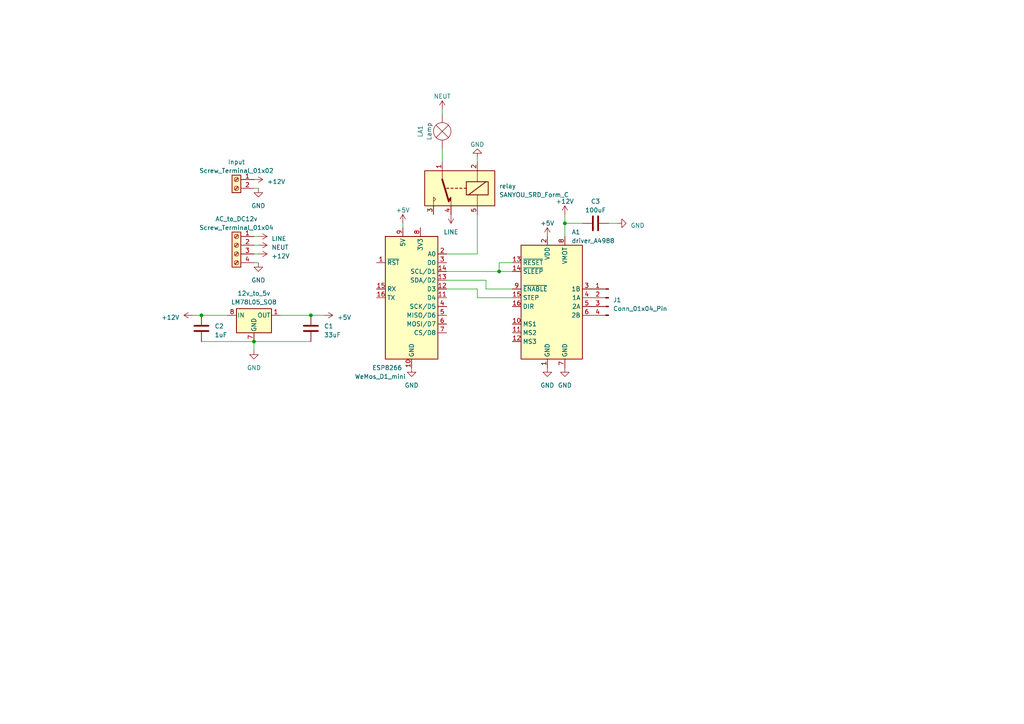
<source format=kicad_sch>
(kicad_sch (version 20230121) (generator eeschema)
  (paper "A4")
  (lib_symbols
    (symbol "Connector:Conn_01x04_Pin" (pin_names (offset 1.016) hide)
      (property "Reference" "J" (at 0 5.08 0))
      (property "Value" "Conn_01x04_Pin" (at 0 -7.62 0))
      (symbol "Conn_01x04_Pin_1_1"
        (polyline (pts (xy 1.27 -5.08) (xy 0.8636 -5.08)) (stroke (width 0.1524)))
        (polyline (pts (xy 1.27 -2.54) (xy 0.8636 -2.54)) (stroke (width 0.1524)))
        (polyline (pts (xy 1.27 0) (xy 0.8636 0)) (stroke (width 0.1524)))
        (polyline (pts (xy 1.27 2.54) (xy 0.8636 2.54)) (stroke (width 0.1524)))
        (rectangle (start 0.8636 -4.953) (end 0 -5.207) (stroke (width 0.1524)) (fill (type outline)))
        (rectangle (start 0.8636 -2.413) (end 0 -2.667) (stroke (width 0.1524)) (fill (type outline)))
        (rectangle (start 0.8636 0.127) (end 0 -0.127) (stroke (width 0.1524)) (fill (type outline)))
        (rectangle (start 0.8636 2.667) (end 0 2.413) (stroke (width 0.1524)) (fill (type outline)))
        (pin passive line (at 5.08 2.54 180) (length 3.81) (name "Pin_1") (number "1"))
        (pin passive line (at 5.08 0 180) (length 3.81) (name "Pin_2") (number "2"))
        (pin passive line (at 5.08 -2.54 180) (length 3.81) (name "Pin_3") (number "3"))
        (pin passive line (at 5.08 -5.08 180) (length 3.81) (name "Pin_4") (number "4"))
      )
    )
    (symbol "Connector:Screw_Terminal_01x02" (pin_names (offset 1.016) hide)
      (property "Reference" "J" (at 0 2.54 0))
      (property "Value" "Screw_Terminal_01x02" (at 0 -5.08 0))
      (symbol "Screw_Terminal_01x02_1_1"
        (rectangle (start -1.27 1.27) (end 1.27 -3.81) (stroke (width 0.254)) (fill (type background)))
        (circle (center 0 -2.54) (radius 0.635) (stroke (width 0.1524)))
        (polyline (pts (xy -0.5334 -2.2098) (xy 0.3302 -3.048)) (stroke (width 0.1524)))
        (polyline (pts (xy -0.5334 0.3302) (xy 0.3302 -0.508)) (stroke (width 0.1524)))
        (polyline (pts (xy -0.3556 -2.032) (xy 0.508 -2.8702)) (stroke (width 0.1524)))
        (polyline (pts (xy -0.3556 0.508) (xy 0.508 -0.3302)) (stroke (width 0.1524)))
        (circle (center 0 0) (radius 0.635) (stroke (width 0.1524)))
        (pin passive line (at -5.08 0 0) (length 3.81) (name "Pin_1") (number "1"))
        (pin passive line (at -5.08 -2.54 0) (length 3.81) (name "Pin_2") (number "2"))
      )
    )
    (symbol "Connector:Screw_Terminal_01x04" (pin_names (offset 1.016) hide)
      (property "Reference" "J" (at 0 5.08 0))
      (property "Value" "Screw_Terminal_01x04" (at 0 -7.62 0))
      (symbol "Screw_Terminal_01x04_1_1"
        (rectangle (start -1.27 3.81) (end 1.27 -6.35) (stroke (width 0.254)) (fill (type background)))
        (circle (center 0 -5.08) (radius 0.635) (stroke (width 0.1524)))
        (circle (center 0 -2.54) (radius 0.635) (stroke (width 0.1524)))
        (polyline (pts (xy -0.5334 -4.7498) (xy 0.3302 -5.588)) (stroke (width 0.1524)))
        (polyline (pts (xy -0.5334 -2.2098) (xy 0.3302 -3.048)) (stroke (width 0.1524)))
        (polyline (pts (xy -0.5334 0.3302) (xy 0.3302 -0.508)) (stroke (width 0.1524)))
        (polyline (pts (xy -0.5334 2.8702) (xy 0.3302 2.032)) (stroke (width 0.1524)))
        (polyline (pts (xy -0.3556 -4.572) (xy 0.508 -5.4102)) (stroke (width 0.1524)))
        (polyline (pts (xy -0.3556 -2.032) (xy 0.508 -2.8702)) (stroke (width 0.1524)))
        (polyline (pts (xy -0.3556 0.508) (xy 0.508 -0.3302)) (stroke (width 0.1524)))
        (polyline (pts (xy -0.3556 3.048) (xy 0.508 2.2098)) (stroke (width 0.1524)))
        (circle (center 0 0) (radius 0.635) (stroke (width 0.1524)))
        (circle (center 0 2.54) (radius 0.635) (stroke (width 0.1524)))
        (pin passive line (at -5.08 2.54 0) (length 3.81) (name "Pin_1") (number "1"))
        (pin passive line (at -5.08 0 0) (length 3.81) (name "Pin_2") (number "2"))
        (pin passive line (at -5.08 -2.54 0) (length 3.81) (name "Pin_3") (number "3"))
        (pin passive line (at -5.08 -5.08 0) (length 3.81) (name "Pin_4") (number "4"))
      )
    )
    (symbol "Device:C" (pin_numbers hide) (pin_names (offset 0.254))
      (property "Reference" "C" (at 0.635 2.54 0))
      (property "Value" "C" (at 0.635 -2.54 0))
      (symbol "C_0_1"
        (polyline (pts (xy -2.032 -0.762) (xy 2.032 -0.762)) (stroke (width 0.508)))
        (polyline (pts (xy -2.032 0.762) (xy 2.032 0.762)) (stroke (width 0.508)))
      )
      (symbol "C_1_1"
        (pin passive line (at 0 3.81 270) (length 2.794) (name "~") (number "1"))
        (pin passive line (at 0 -3.81 90) (length 2.794) (name "~") (number "2"))
      )
    )
    (symbol "Device:Lamp" (pin_numbers hide) (pin_names (offset 0.0254) hide)
      (property "Reference" "LA" (at 0.635 3.81 0))
      (property "Value" "Lamp" (at 0.635 -3.81 0))
      (symbol "Lamp_0_1"
        (polyline (pts (xy -1.778 1.778) (xy 1.778 -1.778)))
        (polyline (pts (xy 1.778 1.778) (xy -1.778 -1.778)))
        (circle (center 0 0) (radius 2.54))
      )
      (symbol "Lamp_1_1"
        (pin passive line (at 0 -5.08 90) (length 2.54) (name "-") (number "1"))
        (pin passive line (at 0 5.08 270) (length 2.54) (name "+") (number "2"))
      )
    )
    (symbol "Driver_Motor:Pololu_Breakout_A4988"
      (property "Reference" "A" (at -2.54 19.05 0))
      (property "Value" "Pololu_Breakout_A4988" (at -2.54 16.51 0))
      (symbol "Pololu_Breakout_A4988_0_1"
        (rectangle (start 10.16 -17.78) (end -7.62 15.24) (stroke (width 0.254)) (fill (type background)))
      )
      (symbol "Pololu_Breakout_A4988_1_1"
        (pin power_in line (at 0 -20.32 90) (length 2.54) (name "GND") (number "1"))
        (pin input line (at -10.16 -7.62 0) (length 2.54) (name "MS1") (number "10"))
        (pin input line (at -10.16 -10.16 0) (length 2.54) (name "MS2") (number "11"))
        (pin input line (at -10.16 -12.7 0) (length 2.54) (name "MS3") (number "12"))
        (pin input line (at -10.16 10.16 0) (length 2.54) (name "~{RESET}") (number "13"))
        (pin input line (at -10.16 7.62 0) (length 2.54) (name "~{SLEEP}") (number "14"))
        (pin input line (at -10.16 0 0) (length 2.54) (name "STEP") (number "15"))
        (pin input line (at -10.16 -2.54 0) (length 2.54) (name "DIR") (number "16"))
        (pin power_in line (at 0 17.78 270) (length 2.54) (name "VDD") (number "2"))
        (pin output line (at 12.7 2.54 180) (length 2.54) (name "1B") (number "3"))
        (pin output line (at 12.7 0 180) (length 2.54) (name "1A") (number "4"))
        (pin output line (at 12.7 -2.54 180) (length 2.54) (name "2A") (number "5"))
        (pin output line (at 12.7 -5.08 180) (length 2.54) (name "2B") (number "6"))
        (pin power_in line (at 5.08 -20.32 90) (length 2.54) (name "GND") (number "7"))
        (pin power_in line (at 5.08 17.78 270) (length 2.54) (name "VMOT") (number "8"))
        (pin input line (at -10.16 2.54 0) (length 2.54) (name "~{ENABLE}") (number "9"))
      )
    )
    (symbol "MCU_Module:WeMos_D1_mini"
      (property "Reference" "U" (at 3.81 19.05 0))
      (property "Value" "WeMos_D1_mini" (at 1.27 -19.05 0))
      (symbol "WeMos_D1_mini_1_1"
        (rectangle (start -7.62 17.78) (end 7.62 -17.78) (stroke (width 0.254)) (fill (type background)))
        (pin input line (at -10.16 10.16 0) (length 2.54) (name "~{RST}") (number "1"))
        (pin power_in line (at 0 -20.32 90) (length 2.54) (name "GND") (number "10"))
        (pin bidirectional line (at 10.16 0 180) (length 2.54) (name "D4") (number "11"))
        (pin bidirectional line (at 10.16 2.54 180) (length 2.54) (name "D3") (number "12"))
        (pin bidirectional line (at 10.16 5.08 180) (length 2.54) (name "SDA/D2") (number "13"))
        (pin bidirectional line (at 10.16 7.62 180) (length 2.54) (name "SCL/D1") (number "14"))
        (pin input line (at -10.16 2.54 0) (length 2.54) (name "RX") (number "15"))
        (pin output line (at -10.16 0 0) (length 2.54) (name "TX") (number "16"))
        (pin input line (at 10.16 12.7 180) (length 2.54) (name "A0") (number "2"))
        (pin bidirectional line (at 10.16 10.16 180) (length 2.54) (name "D0") (number "3"))
        (pin bidirectional line (at 10.16 -2.54 180) (length 2.54) (name "SCK/D5") (number "4"))
        (pin bidirectional line (at 10.16 -5.08 180) (length 2.54) (name "MISO/D6") (number "5"))
        (pin bidirectional line (at 10.16 -7.62 180) (length 2.54) (name "MOSI/D7") (number "6"))
        (pin bidirectional line (at 10.16 -10.16 180) (length 2.54) (name "CS/D8") (number "7"))
        (pin power_out line (at 2.54 20.32 270) (length 2.54) (name "3V3") (number "8"))
        (pin power_in line (at -2.54 20.32 270) (length 2.54) (name "5V") (number "9"))
      )
    )
    (symbol "Regulator_Linear:LM78L05_SO8" (pin_names (offset 0.254))
      (property "Reference" "U" (at -3.81 3.175 0))
      (property "Value" "LM78L05_SO8" (at 0 3.175 0))
      (symbol "LM78L05_SO8_0_1"
        (rectangle (start -5.08 1.905) (end 5.08 -5.08) (stroke (width 0.254)) (fill (type background)))
      )
      (symbol "LM78L05_SO8_1_1"
        (pin power_out line (at 7.62 0 180) (length 2.54) (name "OUT") (number "1"))
        (pin passive line (at 0 -7.62 90) (length 2.54) hide (name "GND") (number "2"))
        (pin passive line (at 0 -7.62 90) (length 2.54) hide (name "GND") (number "3"))
        (pin no_connect line (at -5.08 -2.54 0) (length 2.54) hide (name "NC") (number "4"))
        (pin no_connect line (at 5.08 -2.54 180) (length 2.54) hide (name "NC") (number "5"))
        (pin passive line (at 0 -7.62 90) (length 2.54) hide (name "GND") (number "6"))
        (pin power_in line (at 0 -7.62 90) (length 2.54) (name "GND") (number "7"))
        (pin power_in line (at -7.62 0 0) (length 2.54) (name "IN") (number "8"))
      )
    )
    (symbol "Relay:SANYOU_SRD_Form_C"
      (property "Reference" "K" (at 11.43 3.81 0))
      (property "Value" "SANYOU_SRD_Form_C" (at 11.43 1.27 0))
      (symbol "SANYOU_SRD_Form_C_0_0"
        (polyline (pts (xy 7.62 5.08) (xy 7.62 2.54) (xy 6.985 3.175) (xy 7.62 3.81)))
      )
      (symbol "SANYOU_SRD_Form_C_0_1"
        (rectangle (start -10.16 5.08) (end 10.16 -5.08) (stroke (width 0.254)) (fill (type background)))
        (rectangle (start -8.255 1.905) (end -1.905 -1.905) (stroke (width 0.254)))
        (polyline (pts (xy -7.62 -1.905) (xy -2.54 1.905)) (stroke (width 0.254)))
        (polyline (pts (xy -5.08 -5.08) (xy -5.08 -1.905)))
        (polyline (pts (xy -5.08 5.08) (xy -5.08 1.905)))
        (polyline (pts (xy -1.905 0) (xy -1.27 0)) (stroke (width 0.254)))
        (polyline (pts (xy -0.635 0) (xy 0 0)) (stroke (width 0.254)))
        (polyline (pts (xy 0.635 0) (xy 1.27 0)) (stroke (width 0.254)))
        (polyline (pts (xy 1.905 0) (xy 2.54 0)) (stroke (width 0.254)))
        (polyline (pts (xy 3.175 0) (xy 3.81 0)) (stroke (width 0.254)))
        (polyline (pts (xy 5.08 -2.54) (xy 3.175 3.81)) (stroke (width 0.508)))
        (polyline (pts (xy 5.08 -2.54) (xy 5.08 -5.08)))
      )
      (symbol "SANYOU_SRD_Form_C_1_1"
        (polyline (pts (xy 2.54 3.81) (xy 3.175 3.175) (xy 2.54 2.54) (xy 2.54 5.08)) (fill (type outline)))
        (pin passive line (at 5.08 -7.62 90) (length 2.54) (name "~") (number "1"))
        (pin passive line (at -5.08 -7.62 90) (length 2.54) (name "~") (number "2"))
        (pin passive line (at 7.62 7.62 270) (length 2.54) (name "~") (number "3"))
        (pin passive line (at 2.54 7.62 270) (length 2.54) (name "~") (number "4"))
        (pin passive line (at -5.08 7.62 270) (length 2.54) (name "~") (number "5"))
      )
    )
    (symbol "power:+12V" (power) (pin_names (offset 0))
      (property "Value" "+12V" (at 0 3.556 0))
      (symbol "+12V_0_1"
        (polyline (pts (xy -0.762 1.27) (xy 0 2.54)))
        (polyline (pts (xy 0 0) (xy 0 2.54)))
        (polyline (pts (xy 0 2.54) (xy 0.762 1.27)))
      )
      (symbol "+12V_1_1"
        (pin power_in line (at 0 0 90) (length 0) hide (name "+12V") (number "1"))
      )
    )
    (symbol "power:+5V" (power) (pin_names (offset 0))
      (property "Value" "+5V" (at 0 3.556 0))
      (symbol "+5V_0_1"
        (polyline (pts (xy -0.762 1.27) (xy 0 2.54)))
        (polyline (pts (xy 0 0) (xy 0 2.54)))
        (polyline (pts (xy 0 2.54) (xy 0.762 1.27)))
      )
      (symbol "+5V_1_1"
        (pin power_in line (at 0 0 90) (length 0) hide (name "+5V") (number "1"))
      )
    )
    (symbol "power:GND" (power) (pin_names (offset 0))
      (property "Value" "GND" (at 0 -3.81 0))
      (symbol "GND_0_1"
        (polyline (pts (xy 0 0) (xy 0 -1.27) (xy 1.27 -1.27) (xy 0 -2.54) (xy -1.27 -1.27) (xy 0 -1.27)))
      )
      (symbol "GND_1_1"
        (pin power_in line (at 0 0 270) (length 0) hide (name "GND") (number "1"))
      )
    )
    (symbol "power:LINE" (power) (pin_names (offset 0))
      (property "Value" "LINE" (at 0 3.81 0))
      (symbol "LINE_0_1"
        (polyline (pts (xy -0.762 1.27) (xy 0 2.54)))
        (polyline (pts (xy 0 0) (xy 0 2.54)))
        (polyline (pts (xy 0 2.54) (xy 0.762 1.27)))
      )
      (symbol "LINE_1_1"
        (pin power_in line (at 0 0 90) (length 0) hide (name "LINE") (number "1"))
      )
    )
    (symbol "power:NEUT" (power) (pin_names (offset 0))
      (property "Value" "NEUT" (at 0 3.81 0))
      (symbol "NEUT_0_1"
        (polyline (pts (xy -0.762 1.27) (xy 0 2.54)))
        (polyline (pts (xy 0 0) (xy 0 2.54)))
        (polyline (pts (xy 0 2.54) (xy 0.762 1.27)))
      )
      (symbol "NEUT_1_1"
        (pin power_in line (at 0 0 90) (length 0) hide (name "NEUT") (number "1"))
      )
    )
  )
  (junction (at 73.66 99.06))
  (junction (at 144.78 78.74))
  (junction (at 90.17 91.44))
  (junction (at 58.42 91.44))
  (junction (at 163.83 64.77))
  (wire (pts (xy 73.66 71.12) (xy 74.93 71.12)))
  (wire (pts (xy 93.98 91.44) (xy 90.17 91.44)))
  (wire (pts (xy 129.54 78.74) (xy 144.78 78.74)))
  (wire (pts (xy 55.88 91.44) (xy 58.42 91.44)))
  (wire (pts (xy 73.66 68.58) (xy 74.93 68.58)))
  (wire (pts (xy 138.43 86.36) (xy 148.59 86.36)))
  (wire (pts (xy 138.43 45.72) (xy 138.43 46.99)))
  (wire (pts (xy 128.27 31.75) (xy 128.27 33.02)))
  (wire (pts (xy 73.66 101.6) (xy 73.66 99.06)))
  (wire (pts (xy 81.28 91.44) (xy 90.17 91.44)))
  (wire (pts (xy 129.54 73.66) (xy 138.43 73.66)))
  (wire (pts (xy 144.78 78.74) (xy 144.78 76.2)))
  (wire (pts (xy 140.97 83.82) (xy 148.59 83.82)))
  (wire (pts (xy 163.83 62.23) (xy 163.83 64.77)))
  (wire (pts (xy 128.27 43.18) (xy 128.27 46.99)))
  (wire (pts (xy 73.66 73.66) (xy 74.93 73.66)))
  (wire (pts (xy 140.97 81.28) (xy 140.97 83.82)))
  (wire (pts (xy 138.43 83.82) (xy 138.43 86.36)))
  (wire (pts (xy 168.91 64.77) (xy 163.83 64.77)))
  (wire (pts (xy 129.54 81.28) (xy 140.97 81.28)))
  (wire (pts (xy 73.66 99.06) (xy 90.17 99.06)))
  (wire (pts (xy 73.66 76.2) (xy 74.93 76.2)))
  (wire (pts (xy 179.07 64.77) (xy 176.53 64.77)))
  (wire (pts (xy 58.42 99.06) (xy 73.66 99.06)))
  (wire (pts (xy 58.42 91.44) (xy 66.04 91.44)))
  (wire (pts (xy 138.43 73.66) (xy 138.43 62.23)))
  (wire (pts (xy 148.59 78.74) (xy 144.78 78.74)))
  (wire (pts (xy 144.78 76.2) (xy 148.59 76.2)))
  (wire (pts (xy 116.84 64.77) (xy 116.84 66.04)))
  (wire (pts (xy 74.93 54.61) (xy 73.66 54.61)))
  (wire (pts (xy 129.54 83.82) (xy 138.43 83.82)))
  (wire (pts (xy 163.83 64.77) (xy 163.83 68.58)))
  (symbol (lib_id "power:NEUT") (at 74.93 71.12 270) (unit 1)
    (property "Reference" "#PWR012" (effects hide))
    (property "Value" "NEUT" (at 78.74 71.755 90) (effects (justify left)))
  )
  (symbol (lib_id "power:LINE") (at 74.93 68.58 270) (unit 1)
    (property "Reference" "#PWR013" (effects hide))
    (property "Value" "LINE" (at 78.74 69.215 90) (effects (justify left)))
  )
  (symbol (lib_id "Device:C") (at 172.72 64.77 90) (unit 1)
    (property "Reference" "C3" (at 172.72 58.42 90))
    (property "Value" "100uF" (at 172.72 60.96 90))
  )
  (symbol (lib_id "power:+12V") (at 73.66 52.07 270) (unit 1)
    (property "Reference" "#PWR01" (effects hide))
    (property "Value" "+12V" (at 77.47 52.705 90) (effects (justify left)))
  )
  (symbol (lib_id "power:GND") (at 119.38 106.68 0) (unit 1)
    (property "Reference" "#PWR015" (effects hide))
    (property "Value" "GND" (at 119.38 111.76 0))
  )
  (symbol (lib_id "power:GND") (at 163.83 106.68 0) (unit 1)
    (property "Reference" "#PWR03" (effects hide))
    (property "Value" "GND" (at 163.83 111.76 0))
  )
  (symbol (lib_id "power:GND") (at 73.66 101.6 0) (unit 1)
    (property "Reference" "#PWR06" (effects hide))
    (property "Value" "GND" (at 73.66 106.68 0))
  )
  (symbol (lib_id "power:GND") (at 158.75 106.68 0) (unit 1)
    (property "Reference" "#PWR04" (effects hide))
    (property "Value" "GND" (at 158.75 111.76 0))
  )
  (symbol (lib_id "power:+12V") (at 55.88 91.44 90) (mirror x) (unit 1)
    (property "Reference" "#PWR07" (effects hide))
    (property "Value" "+12V" (at 52.07 92.075 90) (effects (justify left)))
  )
  (symbol (lib_id "power:+12V") (at 74.93 73.66 270) (unit 1)
    (property "Reference" "#PWR010" (effects hide))
    (property "Value" "+12V" (at 78.74 74.295 90) (effects (justify left)))
  )
  (symbol (lib_id "Regulator_Linear:LM78L05_SO8") (at 73.66 91.44 0) (unit 1)
    (property "Reference" "12v_to_5v" (at 73.66 85.09 0))
    (property "Value" "LM78L05_SO8" (at 73.66 87.63 0))
    (property "Footprint" "Package_SO:SOIC-8_3.9x4.9mm_P1.27mm" (effects hide))
    (property "Datasheet" "https://www.onsemi.com/pub/Collateral/MC78L06A-D.pdf" (effects hide))
  )
  (symbol (lib_id "Connector:Screw_Terminal_01x04") (at 68.58 71.12 0) (mirror y) (unit 1)
    (property "Reference" "AC_to_DC12v" (at 68.58 63.5 0))
    (property "Value" "Screw_Terminal_01x04" (at 68.58 66.04 0))
  )
  (symbol (lib_id "Driver_Motor:Pololu_Breakout_A4988") (at 158.75 86.36 0) (unit 1)
    (property "Reference" "A1" (at 165.7859 67.31 0) (effects (justify left)))
    (property "Value" "driver_A4988" (at 165.7859 69.85 0) (effects (justify left)))
    (property "Footprint" "Module:Pololu_Breakout-16_15.2x20.3mm" (effects hide))
    (property "Datasheet" "https://www.pololu.com/product/2980/pictures" (effects hide))
  )
  (symbol (lib_id "power:+5V") (at 93.98 91.44 270) (unit 1)
    (property "Reference" "#PWR09" (effects hide))
    (property "Value" "+5V" (at 97.79 92.075 90) (effects (justify left)))
  )
  (symbol (lib_id "power:+5V") (at 116.84 64.77 0) (unit 1)
    (property "Reference" "#PWR014" (effects hide))
    (property "Value" "+5V" (at 116.84 60.96 0))
  )
  (symbol (lib_id "power:GND") (at 179.07 64.77 90) (unit 1)
    (property "Reference" "#PWR019" (effects hide))
    (property "Value" "GND" (at 182.88 65.405 90) (effects (justify right)))
  )
  (symbol (lib_id "Device:Lamp") (at 128.27 38.1 180) (unit 1)
    (property "Reference" "LA1" (at 121.92 38.1 90))
    (property "Value" "Lamp" (at 124.46 38.1 90))
  )
  (symbol (lib_id "power:+12V") (at 163.83 62.23 0) (unit 1)
    (property "Reference" "#PWR05" (effects hide))
    (property "Value" "+12V" (at 163.83 58.42 0))
  )
  (symbol (lib_id "Relay:SANYOU_SRD_Form_C") (at 133.35 54.61 180) (unit 1)
    (property "Reference" "relay" (at 144.78 53.975 0) (effects (justify right)))
    (property "Value" "SANYOU_SRD_Form_C" (at 144.78 56.515 0) (effects (justify right)))
    (property "Footprint" "Relay_THT:Relay_SPDT_SANYOU_SRD_Series_Form_C" (effects hide))
    (property "Datasheet" "http://www.sanyourelay.ca/public/products/pdf/SRD.pdf" (effects hide))
  )
  (symbol (lib_id "power:GND") (at 138.43 45.72 180) (unit 1)
    (property "Reference" "#PWR017" (effects hide))
    (property "Value" "GND" (at 138.43 41.91 0))
  )
  (symbol (lib_id "Device:C") (at 90.17 95.25 0) (unit 1)
    (property "Reference" "C1" (at 93.98 94.615 0) (effects (justify left)))
    (property "Value" "33uF" (at 93.98 97.155 0) (effects (justify left)))
  )
  (symbol (lib_id "power:+5V") (at 158.75 68.58 0) (unit 1)
    (property "Reference" "#PWR08" (effects hide))
    (property "Value" "+5V" (at 158.75 64.77 0))
  )
  (symbol (lib_id "power:GND") (at 74.93 76.2 0) (unit 1)
    (property "Reference" "#PWR011" (effects hide))
    (property "Value" "GND" (at 74.93 81.28 0))
  )
  (symbol (lib_id "power:LINE") (at 130.81 62.23 180) (unit 1)
    (property "Reference" "#PWR016" (effects hide))
    (property "Value" "LINE" (at 130.81 67.31 0))
  )
  (symbol (lib_id "MCU_Module:WeMos_D1_mini") (at 119.38 86.36 0) (unit 1)
    (property "Reference" "ESP8266" (at 107.95 106.68 0) (effects (justify left)))
    (property "Value" "WeMos_D1_mini" (at 102.87 109.22 0) (effects (justify left)))
    (property "Footprint" "Module:WEMOS_D1_mini_light" (effects hide))
    (property "Datasheet" "https://wiki.wemos.cc/products:d1:d1_mini#documentation" (effects hide))
  )
  (symbol (lib_id "Connector:Conn_01x04_Pin") (at 176.53 86.36 0) (mirror y) (unit 1)
    (property "Reference" "J1" (at 177.8 86.995 0) (effects (justify right)))
    (property "Value" "Conn_01x04_Pin" (at 177.8 89.535 0) (effects (justify right)))
  )
  (symbol (lib_id "power:GND") (at 74.93 54.61 0) (unit 1)
    (property "Reference" "#PWR02" (effects hide))
    (property "Value" "GND" (at 74.93 59.69 0))
  )
  (symbol (lib_id "Device:C") (at 58.42 95.25 0) (unit 1)
    (property "Reference" "C2" (at 62.23 94.615 0) (effects (justify left)))
    (property "Value" "1uF" (at 62.23 97.155 0) (effects (justify left)))
  )
  (symbol (lib_id "power:NEUT") (at 128.27 31.75 0) (unit 1)
    (property "Reference" "#PWR018" (effects hide))
    (property "Value" "NEUT" (at 128.27 27.94 0))
  )
  (symbol (lib_id "Connector:Screw_Terminal_01x02") (at 68.58 52.07 0) (mirror y) (unit 1)
    (property "Reference" "Input" (at 68.58 46.99 0))
    (property "Value" "Screw_Terminal_01x02" (at 68.58 49.53 0))
  )
)
</source>
